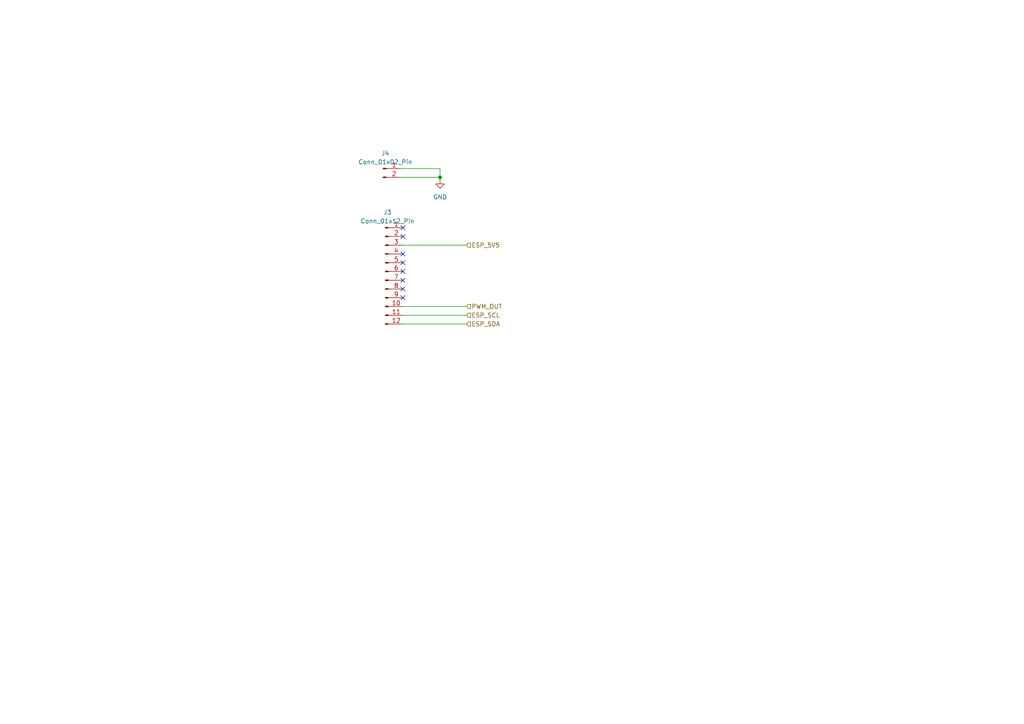
<source format=kicad_sch>
(kicad_sch (version 20230121) (generator eeschema)
  (paper "A4")
  (lib_symbols
    (symbol "Connector:Conn_01x02_Pin" (pin_names (offset 1.016) hide)
      (property "Reference" "J" (at 0 2.54 0))
      (property "Value" "Conn_01x02_Pin" (at 0 -5.08 0))
      (symbol "Conn_01x02_Pin_1_1"
        (polyline (pts (xy 1.27 -2.54) (xy 0.8636 -2.54)) (stroke (width 0.1524)))
        (polyline (pts (xy 1.27 0) (xy 0.8636 0)) (stroke (width 0.1524)))
        (rectangle (start 0.8636 -2.413) (end 0 -2.667) (stroke (width 0.1524)) (fill (type outline)))
        (rectangle (start 0.8636 0.127) (end 0 -0.127) (stroke (width 0.1524)) (fill (type outline)))
        (pin passive line (at 5.08 0 180) (length 3.81) (name "Pin_1") (number "1"))
        (pin passive line (at 5.08 -2.54 180) (length 3.81) (name "Pin_2") (number "2"))
      )
    )
    (symbol "Connector:Conn_01x12_Pin" (pin_names (offset 1.016) hide)
      (property "Reference" "J" (at 0 15.24 0))
      (property "Value" "Conn_01x12_Pin" (at 0 -17.78 0))
      (symbol "Conn_01x12_Pin_1_1"
        (polyline (pts (xy 1.27 -15.24) (xy 0.8636 -15.24)) (stroke (width 0.1524)))
        (polyline (pts (xy 1.27 -12.7) (xy 0.8636 -12.7)) (stroke (width 0.1524)))
        (polyline (pts (xy 1.27 -10.16) (xy 0.8636 -10.16)) (stroke (width 0.1524)))
        (polyline (pts (xy 1.27 -7.62) (xy 0.8636 -7.62)) (stroke (width 0.1524)))
        (polyline (pts (xy 1.27 -5.08) (xy 0.8636 -5.08)) (stroke (width 0.1524)))
        (polyline (pts (xy 1.27 -2.54) (xy 0.8636 -2.54)) (stroke (width 0.1524)))
        (polyline (pts (xy 1.27 0) (xy 0.8636 0)) (stroke (width 0.1524)))
        (polyline (pts (xy 1.27 2.54) (xy 0.8636 2.54)) (stroke (width 0.1524)))
        (polyline (pts (xy 1.27 5.08) (xy 0.8636 5.08)) (stroke (width 0.1524)))
        (polyline (pts (xy 1.27 7.62) (xy 0.8636 7.62)) (stroke (width 0.1524)))
        (polyline (pts (xy 1.27 10.16) (xy 0.8636 10.16)) (stroke (width 0.1524)))
        (polyline (pts (xy 1.27 12.7) (xy 0.8636 12.7)) (stroke (width 0.1524)))
        (rectangle (start 0.8636 -15.113) (end 0 -15.367) (stroke (width 0.1524)) (fill (type outline)))
        (rectangle (start 0.8636 -12.573) (end 0 -12.827) (stroke (width 0.1524)) (fill (type outline)))
        (rectangle (start 0.8636 -10.033) (end 0 -10.287) (stroke (width 0.1524)) (fill (type outline)))
        (rectangle (start 0.8636 -7.493) (end 0 -7.747) (stroke (width 0.1524)) (fill (type outline)))
        (rectangle (start 0.8636 -4.953) (end 0 -5.207) (stroke (width 0.1524)) (fill (type outline)))
        (rectangle (start 0.8636 -2.413) (end 0 -2.667) (stroke (width 0.1524)) (fill (type outline)))
        (rectangle (start 0.8636 0.127) (end 0 -0.127) (stroke (width 0.1524)) (fill (type outline)))
        (rectangle (start 0.8636 2.667) (end 0 2.413) (stroke (width 0.1524)) (fill (type outline)))
        (rectangle (start 0.8636 5.207) (end 0 4.953) (stroke (width 0.1524)) (fill (type outline)))
        (rectangle (start 0.8636 7.747) (end 0 7.493) (stroke (width 0.1524)) (fill (type outline)))
        (rectangle (start 0.8636 10.287) (end 0 10.033) (stroke (width 0.1524)) (fill (type outline)))
        (rectangle (start 0.8636 12.827) (end 0 12.573) (stroke (width 0.1524)) (fill (type outline)))
        (pin passive line (at 5.08 12.7 180) (length 3.81) (name "Pin_1") (number "1"))
        (pin passive line (at 5.08 -10.16 180) (length 3.81) (name "Pin_10") (number "10"))
        (pin passive line (at 5.08 -12.7 180) (length 3.81) (name "Pin_11") (number "11"))
        (pin passive line (at 5.08 -15.24 180) (length 3.81) (name "Pin_12") (number "12"))
        (pin passive line (at 5.08 10.16 180) (length 3.81) (name "Pin_2") (number "2"))
        (pin passive line (at 5.08 7.62 180) (length 3.81) (name "Pin_3") (number "3"))
        (pin passive line (at 5.08 5.08 180) (length 3.81) (name "Pin_4") (number "4"))
        (pin passive line (at 5.08 2.54 180) (length 3.81) (name "Pin_5") (number "5"))
        (pin passive line (at 5.08 0 180) (length 3.81) (name "Pin_6") (number "6"))
        (pin passive line (at 5.08 -2.54 180) (length 3.81) (name "Pin_7") (number "7"))
        (pin passive line (at 5.08 -5.08 180) (length 3.81) (name "Pin_8") (number "8"))
        (pin passive line (at 5.08 -7.62 180) (length 3.81) (name "Pin_9") (number "9"))
      )
    )
    (symbol "power:GND" (power) (pin_names (offset 0))
      (property "Value" "GND" (at 0 -3.81 0))
      (symbol "GND_0_1"
        (polyline (pts (xy 0 0) (xy 0 -1.27) (xy 1.27 -1.27) (xy 0 -2.54) (xy -1.27 -1.27) (xy 0 -1.27)))
      )
      (symbol "GND_1_1"
        (pin power_in line (at 0 0 270) (length 0) hide (name "GND") (number "1"))
      )
    )
  )
  (junction (at 127.635 51.435))
  (no_connect (at 116.84 78.74))
  (no_connect (at 116.84 76.2))
  (no_connect (at 116.84 81.28))
  (no_connect (at 116.84 68.58))
  (no_connect (at 116.84 83.82))
  (no_connect (at 116.84 73.66))
  (no_connect (at 116.84 86.36))
  (no_connect (at 116.84 66.04))
  (wire (pts (xy 116.84 93.98) (xy 135.255 93.98)))
  (wire (pts (xy 116.205 51.435) (xy 127.635 51.435)))
  (wire (pts (xy 116.205 48.895) (xy 127.635 48.895)))
  (wire (pts (xy 116.84 91.44) (xy 135.255 91.44)))
  (wire (pts (xy 116.84 71.12) (xy 135.255 71.12)))
  (wire (pts (xy 116.84 88.9) (xy 135.255 88.9)))
  (wire (pts (xy 127.635 48.895) (xy 127.635 51.435)))
  (wire (pts (xy 127.635 51.435) (xy 127.635 52.07)))
  (hierarchical_label "ESP_5V5" (shape input) (at 135.255 71.12 0))
  (hierarchical_label "ESP_SDA" (shape input) (at 135.255 93.98 0))
  (hierarchical_label "PWM_OUT" (shape input) (at 135.255 88.9 0))
  (hierarchical_label "ESP_SCL" (shape input) (at 135.255 91.44 0))
  (symbol (lib_id "power:GND") (at 127.635 52.07 0) (unit 1)
    (property "Reference" "#PWR02" (effects hide))
    (property "Value" "GND" (at 127.635 57.15 0))
  )
  (symbol (lib_id "Connector:Conn_01x12_Pin") (at 111.76 78.74 0) (unit 1)
    (property "Reference" "J3" (at 112.395 61.595 0))
    (property "Value" "Conn_01x12_Pin" (at 112.395 64.135 0))
  )
  (symbol (lib_id "Connector:Conn_01x02_Pin") (at 111.125 48.895 0) (unit 1)
    (property "Reference" "J4" (at 111.76 44.45 0))
    (property "Value" "Conn_01x02_Pin" (at 111.76 46.99 0))
    (property "Footprint" "Connector_PinSocket_2.54mm:PinSocket_1x02_P2.54mm_Vertical" (effects hide))
  )
)
</source>
